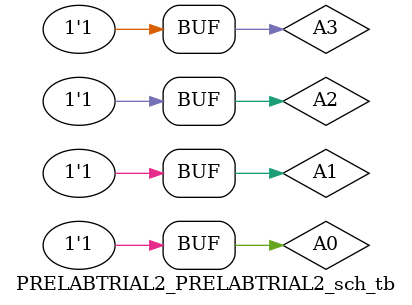
<source format=v>

`timescale 1ns / 1ps

module PRELABTRIAL2_PRELABTRIAL2_sch_tb();

// Inputs
   reg A3;
   reg A2;
   reg A1;
   reg A0;

// Output
   wire QQ1;
   wire QQ2;
   wire QQ4;
   wire QQ3;
   wire QQ0;

// Bidirs

// Instantiate the UUT
   PRELABTRIAL2 UUT (
		.A3(A3), 
		.A2(A2), 
		.A1(A1), 
		.A0(A0), 
		.QQ1(QQ1), 
		.QQ2(QQ2), 
		.QQ4(QQ4), 
		.QQ3(QQ3), 
		.QQ0(QQ0)
   );
// Initialize Inputs
       initial begin
		A3 = 0; A2 = 0; A1 = 0; A0 = 0; #10;
		A3 = 0; A2 = 0; A1 = 0; A0 = 1; #10;
		A3 = 0; A2 = 0; A1 = 1; A0 = 0; #10;
		A3 = 0; A2 = 0; A1 = 1; A0 = 1; #10;
		A3 = 0; A2 = 1; A1 = 0; A0 = 0; #10;
		A3 = 0; A2 = 1; A1 = 0; A0 = 1; #10;
		A3 = 0; A2 = 1; A1 = 1; A0 = 0; #10;
		A3 = 0; A2 = 1; A1 = 1; A0 = 1; #10; 
		A3 = 1; A2 = 0; A1 = 0; A0 = 0; #10;
		A3 = 1; A2 = 0; A1 = 0; A0 = 1; #10;
		A3 = 1; A2 = 0; A1 = 1; A0 = 0; #10;
		A3 = 1; A2 = 0; A1 = 1; A0 = 1; #10;
		A3 = 1; A2 = 1; A1 = 0; A0 = 0; #10;
		A3 = 1; A2 = 1; A1 = 0; A0 = 1; #10;
		A3 = 1; A2 = 1; A1 = 1; A0 = 0; #10;
		A3 = 1; A2 = 1; A1 = 1; A0 = 1; #10;

end
endmodule

</source>
